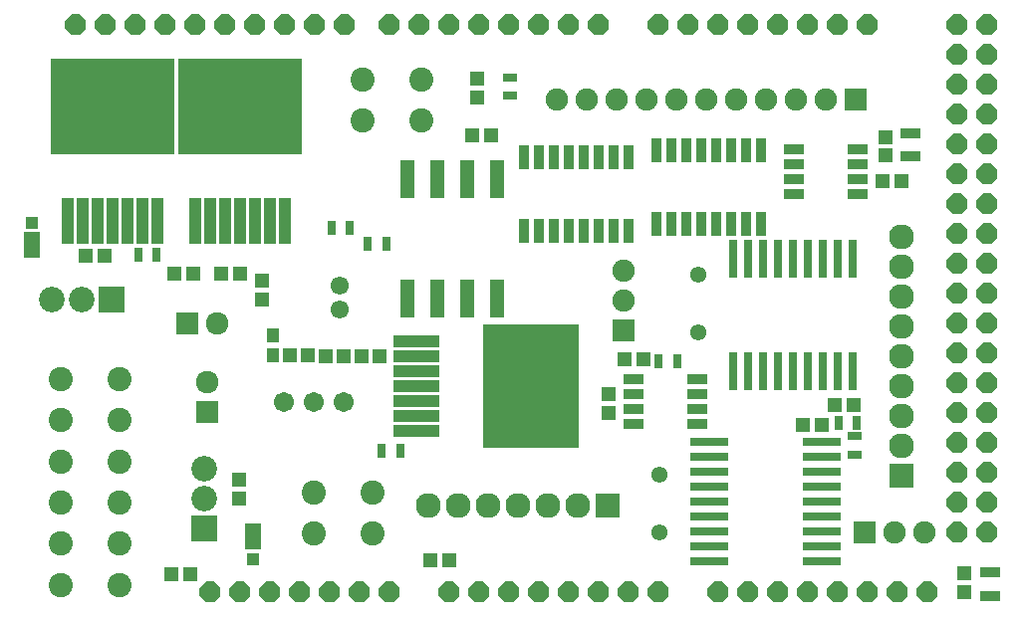
<source format=gbr>
G04 EasyPC Gerber Version 21.0.3 Build 4286 *
G04 #@! TF.Part,Single*
G04 #@! TF.FileFunction,Soldermask,Top *
G04 #@! TF.FilePolarity,Negative *
%FSLAX35Y35*%
%MOIN*%
G04 #@! TA.AperFunction,SMDPad*
%ADD141R,0.03126X0.04701*%
%ADD134R,0.03165X0.12811*%
%ADD136R,0.03559X0.08283*%
%ADD142R,0.04150X0.04937*%
%ADD139R,0.04150X0.15567*%
%ADD90R,0.04543X0.04937*%
%ADD140R,0.04937X0.12811*%
%ADD103R,0.05331X0.08874*%
%ADD100R,0.32496X0.41354*%
%ADD104R,0.04150X0.04150*%
G04 #@! TA.AperFunction,ComponentPad*
%ADD86R,0.07496X0.07496*%
%ADD88R,0.07575X0.07575*%
%ADD84R,0.08382X0.08382*%
%ADD95R,0.08559X0.08559*%
%ADD99C,0.02600*%
%ADD92C,0.05449*%
%ADD98C,0.06118*%
%ADD97C,0.06748*%
G04 #@! TA.AperFunction,SMDPad*
%ADD135R,0.04701X0.03126*%
%ADD133R,0.12811X0.03165*%
%ADD105R,0.06787X0.03441*%
%ADD137R,0.07102X0.03756*%
G04 #@! TA.AperFunction,ComponentPad*
%ADD87C,0.07496*%
G04 #@! TA.AperFunction,SMDPad*
%ADD138R,0.15567X0.04150*%
%ADD91R,0.04937X0.04543*%
G04 #@! TA.AperFunction,ComponentPad*
%ADD89C,0.07575*%
%ADD106C,0.08087*%
%ADD85C,0.08382*%
%ADD96C,0.08559*%
%AMT83*0 Octagon Pad at angle 0*4,1,8,-0.01449,-0.03500,0.01449,-0.03500,0.03500,-0.01449,0.03500,0.01449,0.01449,0.03500,-0.01449,0.03500,-0.03500,0.01449,-0.03500,-0.01449,-0.01449,-0.03500,0*%
%ADD83T83*%
G04 #@! TA.AperFunction,SMDPad*
%ADD102R,0.41354X0.32496*%
X0Y0D02*
D02*
D83*
X29159Y201812D03*
X39159D03*
X49159D03*
X59159D03*
X69159D03*
X74159Y11812D03*
X79159Y201812D03*
X84159Y11812D03*
X89159Y201812D03*
X94159Y11812D03*
X99159Y201812D03*
X104159Y11812D03*
X109159Y201812D03*
X114159Y11812D03*
X119159Y201812D03*
X124159Y11812D03*
X134159D03*
Y201812D03*
X144159D03*
X154159Y11812D03*
Y201812D03*
X164159Y11812D03*
Y201812D03*
X174159Y11812D03*
Y201812D03*
X184159Y11812D03*
Y201812D03*
X194159Y11812D03*
Y201812D03*
X204159Y11812D03*
Y201812D03*
X214159Y11812D03*
X224159D03*
Y201812D03*
X234159D03*
X244159Y11812D03*
Y201812D03*
X254159Y11812D03*
Y201812D03*
X264159Y11812D03*
Y201812D03*
X274159Y11812D03*
Y201812D03*
X284159Y11812D03*
Y201812D03*
X294159Y11812D03*
Y201812D03*
X304159Y11812D03*
X314159D03*
X324159Y31812D03*
Y41812D03*
Y51812D03*
Y61812D03*
Y71812D03*
Y81812D03*
Y91812D03*
Y101812D03*
Y111812D03*
Y121812D03*
Y131812D03*
Y141812D03*
Y151812D03*
Y161812D03*
Y171812D03*
Y181812D03*
Y191812D03*
Y201812D03*
X334159Y31812D03*
Y41812D03*
Y51812D03*
Y61812D03*
Y71812D03*
Y81812D03*
Y91812D03*
Y101812D03*
Y111812D03*
Y121812D03*
Y131812D03*
Y141812D03*
Y151812D03*
Y161812D03*
Y171812D03*
Y181812D03*
Y191812D03*
Y201812D03*
D02*
D84*
X207132Y40763D03*
X305543Y50812D03*
D02*
D85*
X147132Y40763D03*
X157132D03*
X167132D03*
X177132D03*
X187132D03*
X197132D03*
X305543Y60812D03*
Y70812D03*
Y80812D03*
Y90812D03*
Y100812D03*
Y110812D03*
Y120812D03*
Y130812D03*
D02*
D86*
X212543Y99312D03*
X290043Y176812D03*
X293043Y31562D03*
D02*
D87*
X190043Y176812D03*
X200043D03*
X210043D03*
X212543Y109312D03*
Y119312D03*
X220043Y176812D03*
X230043D03*
X240043D03*
X250043D03*
X260043D03*
X270043D03*
X280043D03*
X303043Y31562D03*
X313043D03*
D02*
D88*
X66581Y101707D03*
X72959Y71944D03*
D02*
D89*
Y81944D03*
X76581Y101707D03*
D02*
D90*
X32486Y124312D03*
X38785D03*
X61069Y17731D03*
X62014Y118479D03*
X67368Y17731D03*
X68313Y118479D03*
X77841D03*
X84140D03*
X100644Y91062D03*
X106943D03*
X112644Y90812D03*
X118943D03*
X124644D03*
X130943D03*
X147880Y22456D03*
X154179D03*
X161935Y164778D03*
X168234D03*
X212841Y89778D03*
X219140D03*
X272486Y67692D03*
X278785D03*
X283116Y74424D03*
X289415D03*
X299144Y149312D03*
X305443D03*
D02*
D91*
X83707Y42928D03*
Y49227D03*
X91384Y109660D03*
Y115959D03*
X163543Y177412D03*
Y183711D03*
X207604Y71629D03*
Y77928D03*
X300043Y157912D03*
Y164211D03*
X326293Y11662D03*
Y17961D03*
D02*
D92*
X224293Y31706D03*
Y50918D03*
X237543Y98706D03*
Y117918D03*
D02*
D95*
X41069Y109739D03*
X72250Y32967D03*
D02*
D96*
X21069Y109739D03*
X31069D03*
X72250Y42967D03*
Y52967D03*
D02*
D97*
X98707Y75487D03*
X108707D03*
X118707D03*
D02*
D98*
X117604Y106511D03*
Y114385D03*
D02*
D99*
X26305Y165054D03*
Y170054D03*
Y175054D03*
Y180054D03*
Y185054D03*
X31305Y165054D03*
Y170054D03*
Y175054D03*
Y180054D03*
Y185054D03*
X36305Y165054D03*
Y170054D03*
Y175054D03*
Y180054D03*
Y185054D03*
X41305Y165054D03*
Y170054D03*
Y175054D03*
Y180054D03*
Y185054D03*
X46305Y165054D03*
Y170054D03*
Y175054D03*
Y180054D03*
Y185054D03*
X51305Y165054D03*
Y170054D03*
Y175054D03*
Y180054D03*
Y185054D03*
X56305Y165054D03*
Y170054D03*
Y175054D03*
Y180054D03*
Y185054D03*
X69061Y165054D03*
Y170054D03*
Y175054D03*
Y180054D03*
Y185054D03*
X74061Y165054D03*
Y170054D03*
Y175054D03*
Y180054D03*
Y185054D03*
X79061Y165054D03*
Y170054D03*
Y175054D03*
Y180054D03*
Y185054D03*
X84061Y165054D03*
Y170054D03*
Y175054D03*
Y180054D03*
Y185054D03*
X89061Y165054D03*
Y170054D03*
Y175054D03*
Y180054D03*
Y185054D03*
X94061Y165054D03*
Y170054D03*
Y175054D03*
Y180054D03*
Y185054D03*
X99061Y165054D03*
Y170054D03*
Y175054D03*
Y180054D03*
Y185054D03*
X171974Y65684D03*
Y70684D03*
Y75684D03*
Y80684D03*
Y85684D03*
Y90684D03*
Y95684D03*
X176974Y65684D03*
Y70684D03*
Y75684D03*
Y80684D03*
Y85684D03*
Y90684D03*
Y95684D03*
X181974Y65684D03*
Y70684D03*
Y75684D03*
Y80684D03*
Y85684D03*
Y90684D03*
Y95684D03*
X186974Y65684D03*
Y70684D03*
Y75684D03*
Y80684D03*
Y85684D03*
Y90684D03*
Y95684D03*
X191974Y65684D03*
Y70684D03*
Y75684D03*
Y80684D03*
Y85684D03*
Y90684D03*
Y95684D03*
D02*
D100*
X181345Y80684D03*
D02*
D102*
X41305Y174424D03*
X84061D03*
D02*
D103*
X14612Y127967D03*
X88431Y30330D03*
D02*
D104*
X14612Y135448D03*
X88431Y22849D03*
D02*
D105*
X308293Y157625D03*
Y165499D03*
X335043Y10375D03*
Y18249D03*
D02*
D106*
X24167Y14113D03*
Y27893D03*
Y41672D03*
Y55452D03*
Y69231D03*
Y83011D03*
X43852Y14113D03*
Y27893D03*
Y41672D03*
Y55452D03*
Y69231D03*
Y83011D03*
X108648Y31255D03*
Y45034D03*
X125128Y169639D03*
Y183418D03*
X128333Y31255D03*
Y45034D03*
X144813Y169639D03*
Y183418D03*
D02*
D133*
X241043Y22062D03*
Y27062D03*
Y32062D03*
Y37062D03*
Y42062D03*
Y47062D03*
Y52062D03*
Y57062D03*
Y62062D03*
X278839Y22062D03*
Y27062D03*
Y32062D03*
Y37062D03*
Y42062D03*
Y47062D03*
Y52062D03*
Y57062D03*
Y62062D03*
D02*
D134*
X249219Y85644D03*
Y123440D03*
X254219Y85644D03*
Y123440D03*
X259219Y85644D03*
Y123440D03*
X264219Y85644D03*
Y123440D03*
X269219Y85644D03*
Y123440D03*
X274219Y85644D03*
Y123440D03*
X279219Y85644D03*
Y123440D03*
X284219Y85644D03*
Y123440D03*
X289219Y85644D03*
Y123440D03*
D02*
D135*
X174293Y177912D03*
Y184211D03*
X289809Y57692D03*
Y63991D03*
D02*
D136*
X179238Y132869D03*
Y157475D03*
X184238Y132869D03*
Y157475D03*
X189238Y132869D03*
Y157475D03*
X194238Y132869D03*
Y157475D03*
X199238Y132869D03*
Y157475D03*
X204238Y132869D03*
Y157475D03*
X209238Y132869D03*
Y157475D03*
X214238Y132869D03*
Y157475D03*
X223293Y135009D03*
Y159615D03*
X228293Y135009D03*
Y159615D03*
X233293Y135009D03*
Y159615D03*
X238293Y135009D03*
Y159615D03*
X243293Y135009D03*
Y159615D03*
X248293Y135009D03*
Y159615D03*
X253293Y135009D03*
Y159615D03*
X258293Y135009D03*
Y159615D03*
D02*
D137*
X215774Y67987D03*
Y72987D03*
Y77987D03*
Y82987D03*
X237230Y67987D03*
Y72987D03*
Y77987D03*
Y82987D03*
X269315Y145062D03*
Y150062D03*
Y155062D03*
Y160062D03*
X290772Y145062D03*
Y150062D03*
Y155062D03*
Y160062D03*
D02*
D138*
X142959Y65684D03*
Y70684D03*
Y75684D03*
Y80684D03*
Y85684D03*
Y90684D03*
Y95684D03*
D02*
D139*
X26305Y136038D03*
X31305D03*
X36305D03*
X41305D03*
X46305D03*
X51305D03*
X56305D03*
X69061D03*
X74061D03*
X79061D03*
X84061D03*
X89061D03*
X94061D03*
X99061D03*
D02*
D140*
X140085Y109896D03*
Y149896D03*
X150085Y109896D03*
Y149896D03*
X160085Y109896D03*
Y149896D03*
X170085Y109896D03*
Y149896D03*
D02*
D141*
X49967Y124562D03*
X56266D03*
X114644Y133812D03*
X120943D03*
X126738Y128400D03*
X131344Y59070D03*
X133037Y128400D03*
X137644Y59070D03*
X224061Y89188D03*
X230360D03*
X284297Y68519D03*
X290596D03*
D02*
D142*
X95043Y90965D03*
Y97658D03*
X0Y0D02*
M02*

</source>
